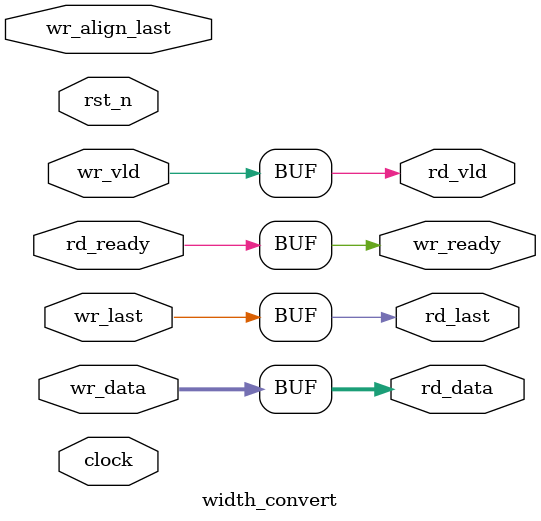
<source format=sv>
/**********************************************
_______________________________________ 
___________    Cook Darwin   __________    
_______________________________________
descript:
author : Cook.Darwin
Version: VERA.0.0
creaded: 2016/11/21 
madified:
***********************************************/
`timescale 1ns/1ps
module width_convert #(
    parameter   ISIZE   = 8,
    parameter   OSIZE   = 8
)(
    input                           clock,
    input                           rst_n,
    input [ISIZE-1:0]               wr_data,
    input                           wr_vld,
    output logic                    wr_ready,
    input                           wr_last,
    input                           wr_align_last,      //can be leave 1'b0
    output logic[OSIZE-1:0]         rd_data,
    output logic                    rd_vld,
    input                           rd_ready,
    output                          rd_last
);

initial begin
    if(ISIZE>OSIZE)begin
        if(ISIZE%OSIZE)
            $error("ISIZE OSIZE ERROR ISIZE=%d,OSIZE=%d",ISIZE,OSIZE);
    end else begin
        if(OSIZE%ISIZE)
            $error("ISIZE OSIZE ERROR ISIZE=%d,OSIZE=%d",ISIZE,OSIZE);
    end
end

localparam REAL_DST_NSIZE = ISIZE/OSIZE + (ISIZE%OSIZE != 0);
localparam REAL_CBN_NSIZE = OSIZE/ISIZE;
generate
if(ISIZE > OSIZE)begin
width_destruct #(
    .DSIZE      (OSIZE          ),
    .NSIZE      (ISIZE/OSIZE    )
    // .NSIZE      (REAL_DST_NSIZE    )
)width_destruct_inst(
/*  input                    */       .clock        (clock        ),
/*  input                    */       .rst_n        (rst_n        ),
/*  input [DSIZE*NSIZE-1:0]  */       .wr_data      (wr_data      ),        //it maybe match bit width
/*  input                    */       .wr_vld       (wr_vld       ),
/*  output logic             */       .wr_ready     (wr_ready     ),
/*  input                    */       .wr_last      (wr_last      ),
/*  output logic[DSIZE-1:0]  */       .rd_data      (rd_data      ),
/*  output logic             */       .rd_vld       (rd_vld       ),
/*  output logic             */       .rd_last      (rd_last      ),
/*  input                    */       .rd_ready     (rd_ready     )
);
end else if(ISIZE<OSIZE)begin
width_combin #(
    .DSIZE  (ISIZE      ),
    .NSIZE  (OSIZE/ISIZE)
    // .NSIZE  (REAL_CBN_NSIZE)
)width_combin_inst(
/*   input                        */   .clock             (clock         ),
/*   input                        */   .rst_n             (rst_n         ),
/*   input [DSIZE-1:0]            */   .wr_data           (wr_data       ),
/*   input                        */   .wr_vld            (wr_vld        ),
/*   output logic                 */   .wr_ready          (wr_ready      ),
/*   input                        */   .wr_last           (wr_last       ),
/*   input                        */   .wr_align_last     (wr_align_last ),
/*   output logic[DSIZE*NSIZE-1:0]*/   .rd_data           (rd_data       ),     //it maybe match bit width
/*   output logic                 */   .rd_vld            (rd_vld        ),
/*   input                        */   .rd_ready          (rd_ready      ),
/*   output                       */   .rd_last           (rd_last       )
);
end else begin

assign    wr_ready  = rd_ready;
assign    rd_data   = wr_data;
assign    rd_vld    = wr_vld;
assign    rd_last   = wr_last;

end
endgenerate

endmodule

</source>
